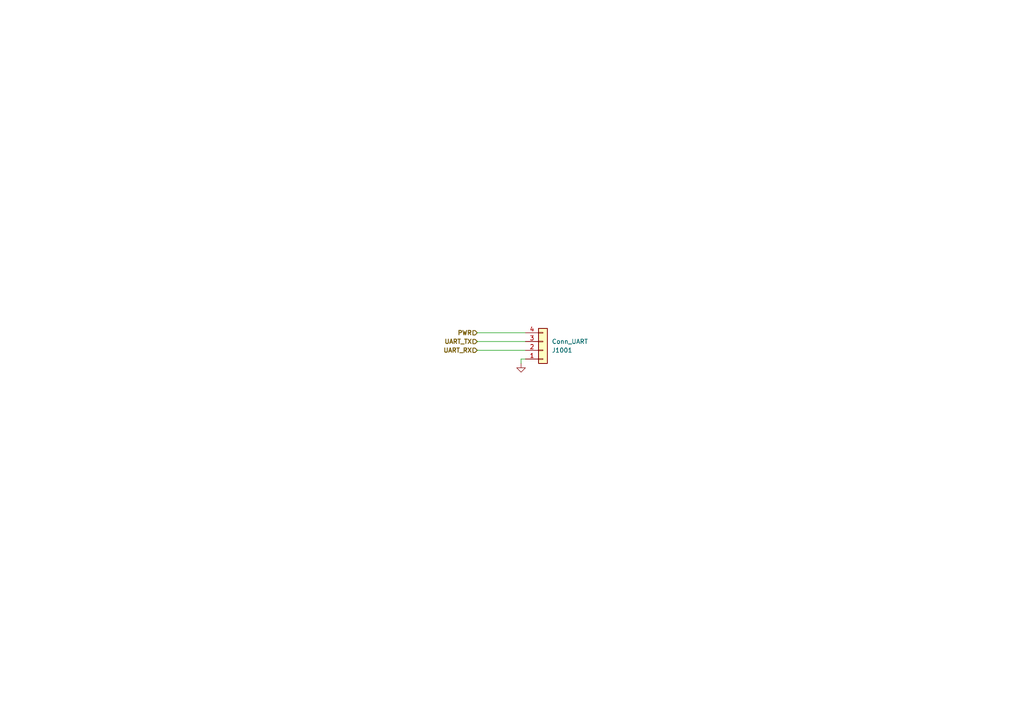
<source format=kicad_sch>
(kicad_sch (version 20230121) (generator eeschema)
  (paper "A4")
  (lib_symbols
    (symbol "Connector_Generic:Conn_01x04" (pin_names (offset 1.016) hide)
      (property "Reference" "J" (at 0 5.08 0))
      (property "Value" "Conn_01x04" (at 0 -7.62 0))
      (symbol "Conn_01x04_1_1"
        (rectangle (start -1.27 -4.953) (end 0 -5.207) (stroke (width 0.1524)))
        (rectangle (start -1.27 -2.413) (end 0 -2.667) (stroke (width 0.1524)))
        (rectangle (start -1.27 0.127) (end 0 -0.127) (stroke (width 0.1524)))
        (rectangle (start -1.27 2.667) (end 0 2.413) (stroke (width 0.1524)))
        (rectangle (start -1.27 3.81) (end 1.27 -6.35) (stroke (width 0.254)) (fill (type background)))
        (pin passive line (at -5.08 2.54 0) (length 3.81) (name "Pin_1") (number "1"))
        (pin passive line (at -5.08 0 0) (length 3.81) (name "Pin_2") (number "2"))
        (pin passive line (at -5.08 -2.54 0) (length 3.81) (name "Pin_3") (number "3"))
        (pin passive line (at -5.08 -5.08 0) (length 3.81) (name "Pin_4") (number "4"))
      )
    )
    (symbol "power:GND" (power) (pin_names (offset 0))
      (property "Value" "GND" (at 0 -3.81 0))
      (symbol "GND_0_1"
        (polyline (pts (xy 0 0) (xy 0 -1.27) (xy 1.27 -1.27) (xy 0 -2.54) (xy -1.27 -1.27) (xy 0 -1.27)))
      )
      (symbol "GND_1_1"
        (pin power_in line (at 0 0 270) (length 0) hide (name "GND") (number "1"))
      )
    )
  )
  (wire (pts (xy 138.43 99.06) (xy 152.4 99.06)))
  (wire (pts (xy 138.43 96.52) (xy 152.4 96.52)))
  (wire (pts (xy 151.13 104.14) (xy 152.4 104.14)))
  (wire (pts (xy 151.13 105.41) (xy 151.13 104.14)))
  (wire (pts (xy 138.43 101.6) (xy 152.4 101.6)))
  (hierarchical_label "UART_TX" (shape input) (at 138.43 99.06 180) (effects (font bold)))
  (hierarchical_label "PWR" (shape input) (at 138.43 96.52 180) (effects (font bold)))
  (hierarchical_label "UART_RX" (shape input) (at 138.43 101.6 180) (effects (font bold)))
  (symbol (lib_id "power:GND") (at 151.13 105.41 0) (unit 1)
    (property "Reference" "#PWR01001" (effects hide))
    (property "Value" "GND" (effects hide))
    (instances (project "puissanceok" (path "" (reference "#PWR01001") (unit 1)) (path "" (reference "#PWR0801") (unit 1)) (path "" (reference "#PWR01101") (unit 1))))
  )
  (symbol (lib_id "Connector_Generic:Conn_01x04") (at 157.48 101.6 0) (mirror x) (unit 1)
    (property "Reference" "J1001" (at 160.02 101.6 0) (effects (justify left)))
    (property "Value" "Conn_UART" (at 160.02 99.06 0) (effects (justify left)))
    (property "Footprint" "Connector_JST:JST_XH_B4B-XH-A_1x04_P2.50mm_Vertical" (effects hide))
    (instances (project "puissanceok" (path "" (reference "J1001") (unit 1)) (path "" (reference "J1101") (unit 1)) (path "" (reference "J801") (unit 1))))
  )
)
</source>
